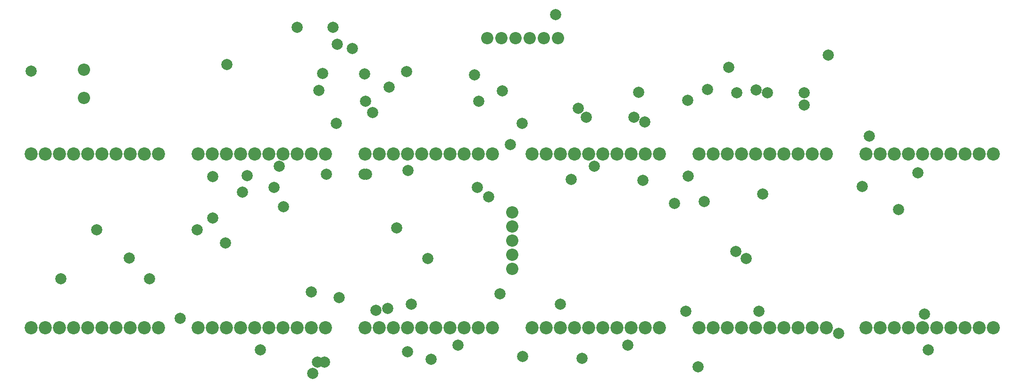
<source format=gts>
%FSLAX23Y23*%
%MOIN*%
G70*
G01*
G75*
G04 Layer_Color=8388736*
%ADD10C,0.010*%
%ADD11C,0.024*%
%ADD12C,0.006*%
%ADD13C,0.079*%
%ADD14C,0.085*%
%ADD15C,0.071*%
%ADD16O,0.067X0.024*%
%ADD17O,0.079X0.024*%
%ADD18R,0.075X0.157*%
%ADD19R,0.059X0.110*%
%ADD20R,0.240X0.248*%
%ADD21R,0.063X0.071*%
%ADD22R,0.051X0.039*%
%ADD23R,0.102X0.043*%
%ADD24R,0.043X0.102*%
%ADD25R,0.024X0.033*%
%ADD26R,0.033X0.024*%
G04:AMPARAMS|DCode=27|XSize=71mil|YSize=118mil|CornerRadius=0mil|HoleSize=0mil|Usage=FLASHONLY|Rotation=0.000|XOffset=0mil|YOffset=0mil|HoleType=Round|Shape=Octagon|*
%AMOCTAGOND27*
4,1,8,-0.018,0.059,0.018,0.059,0.035,0.041,0.035,-0.041,0.018,-0.059,-0.018,-0.059,-0.035,-0.041,-0.035,0.041,-0.018,0.059,0.0*
%
%ADD27OCTAGOND27*%

%ADD28R,0.020X0.047*%
%ADD29R,0.020X0.063*%
%ADD30R,2.050X0.035*%
%ADD31R,0.430X0.030*%
%ADD32R,0.025X0.070*%
%ADD33R,0.025X0.060*%
%ADD34R,0.430X0.160*%
%ADD35R,0.335X0.160*%
%ADD36R,0.170X0.110*%
%ADD37R,0.040X0.150*%
%ADD38R,0.045X0.120*%
%ADD39R,1.490X0.055*%
%ADD40R,0.055X0.160*%
%ADD41R,0.060X0.410*%
%ADD42R,5.035X0.055*%
%ADD43R,0.050X0.485*%
%ADD44R,0.025X0.245*%
%ADD45R,0.025X0.285*%
%ADD46R,0.035X0.170*%
%ADD47R,0.035X0.185*%
%ADD48R,0.325X0.025*%
%ADD49R,0.085X1.180*%
%ADD50R,1.300X0.040*%
%ADD51R,0.045X0.150*%
%ADD52C,0.087*%
%ADD53C,0.093*%
%ADD54C,0.079*%
D52*
X4705Y2165D02*
D03*
Y2265D02*
D03*
Y2365D02*
D03*
Y2465D02*
D03*
Y2565D02*
D03*
X5030Y3800D02*
D03*
X4930D02*
D03*
X4830D02*
D03*
X4730D02*
D03*
X4630D02*
D03*
X4530D02*
D03*
X1679Y3575D02*
D03*
X1681Y3375D02*
D03*
D53*
X8105Y1750D02*
D03*
X8005D02*
D03*
X7905D02*
D03*
X7805D02*
D03*
X7705D02*
D03*
X7605D02*
D03*
X7505D02*
D03*
X7405D02*
D03*
X7305D02*
D03*
X7205D02*
D03*
X8105Y2980D02*
D03*
X8005D02*
D03*
X7905D02*
D03*
X7805D02*
D03*
X7705D02*
D03*
X7605D02*
D03*
X7505D02*
D03*
X7405D02*
D03*
X7305D02*
D03*
X7205D02*
D03*
X6925Y1750D02*
D03*
X6825D02*
D03*
X6725D02*
D03*
X6625D02*
D03*
X6525D02*
D03*
X6425D02*
D03*
X6325D02*
D03*
X6225D02*
D03*
X6125D02*
D03*
X6025D02*
D03*
X6925Y2980D02*
D03*
X6825D02*
D03*
X6725D02*
D03*
X6625D02*
D03*
X6525D02*
D03*
X6425D02*
D03*
X6325D02*
D03*
X6225D02*
D03*
X6125D02*
D03*
X6025D02*
D03*
X5745Y1750D02*
D03*
X5645D02*
D03*
X5545D02*
D03*
X5445D02*
D03*
X5345D02*
D03*
X5245D02*
D03*
X5145D02*
D03*
X5045D02*
D03*
X4945D02*
D03*
X4845D02*
D03*
X5745Y2980D02*
D03*
X5645D02*
D03*
X5545D02*
D03*
X5445D02*
D03*
X5345D02*
D03*
X5245D02*
D03*
X5145D02*
D03*
X5045D02*
D03*
X4945D02*
D03*
X4845D02*
D03*
X4565Y1750D02*
D03*
X4465D02*
D03*
X4365D02*
D03*
X4265D02*
D03*
X4165D02*
D03*
X4065D02*
D03*
X3965D02*
D03*
X3865D02*
D03*
X3765D02*
D03*
X3665D02*
D03*
X4565Y2980D02*
D03*
X4465D02*
D03*
X4365D02*
D03*
X4265D02*
D03*
X4165D02*
D03*
X4065D02*
D03*
X3965D02*
D03*
X3865D02*
D03*
X3765D02*
D03*
X3665D02*
D03*
X3385Y1750D02*
D03*
X3285D02*
D03*
X3185D02*
D03*
X3085D02*
D03*
X2985D02*
D03*
X2885D02*
D03*
X2785D02*
D03*
X2685D02*
D03*
X2585D02*
D03*
X2485D02*
D03*
X3385Y2980D02*
D03*
X3285D02*
D03*
X3185D02*
D03*
X3085D02*
D03*
X2985D02*
D03*
X2885D02*
D03*
X2785D02*
D03*
X2685D02*
D03*
X2585D02*
D03*
X2485D02*
D03*
X2205Y1750D02*
D03*
X2105D02*
D03*
X2005D02*
D03*
X1905D02*
D03*
X1805D02*
D03*
X1705D02*
D03*
X1605D02*
D03*
X1505D02*
D03*
X1405D02*
D03*
X1305D02*
D03*
X2205Y2980D02*
D03*
X2105D02*
D03*
X2005D02*
D03*
X1905D02*
D03*
X1805D02*
D03*
X1705D02*
D03*
X1605D02*
D03*
X1505D02*
D03*
X1405D02*
D03*
X1305D02*
D03*
D54*
X2361Y1815D02*
D03*
X7013Y1710D02*
D03*
X3827Y1888D02*
D03*
X3742Y1873D02*
D03*
X3965Y1579D02*
D03*
X6021Y1474D02*
D03*
X4619Y1991D02*
D03*
X7230Y3105D02*
D03*
X3969Y2863D02*
D03*
X6769Y3326D02*
D03*
X4693Y3048D02*
D03*
X4637Y3428D02*
D03*
X3462Y3196D02*
D03*
X6477Y2695D02*
D03*
X2144Y2096D02*
D03*
X1517Y2095D02*
D03*
X6938Y3680D02*
D03*
X6236Y3593D02*
D03*
X5231Y3239D02*
D03*
X5287Y2893D02*
D03*
X3889Y2458D02*
D03*
X4108Y2239D02*
D03*
X1998Y2242D02*
D03*
X2678Y2350D02*
D03*
X3660Y2835D02*
D03*
X3677D02*
D03*
X3470Y3758D02*
D03*
X3483Y1964D02*
D03*
X2589Y2527D02*
D03*
X5852Y2631D02*
D03*
X1305Y3567D02*
D03*
X4471Y3353D02*
D03*
X4776Y3196D02*
D03*
X5644Y3206D02*
D03*
X3339Y3429D02*
D03*
X3961Y3562D02*
D03*
X3718Y3272D02*
D03*
X4438Y3540D02*
D03*
X5945Y3360D02*
D03*
X5174Y3304D02*
D03*
X5600Y3417D02*
D03*
X6293Y3413D02*
D03*
X6087Y3438D02*
D03*
X6510Y3413D02*
D03*
X1768Y2442D02*
D03*
X2478D02*
D03*
X6358Y2241D02*
D03*
X6064Y2642D02*
D03*
X3835Y3454D02*
D03*
X2688Y3614D02*
D03*
X5565Y3239D02*
D03*
X6430Y3433D02*
D03*
X5628Y2794D02*
D03*
X3089Y2607D02*
D03*
X5122Y2801D02*
D03*
X3185Y3877D02*
D03*
X4458Y2742D02*
D03*
X3022Y2743D02*
D03*
X3393Y2836D02*
D03*
X6769Y3414D02*
D03*
X7573Y2848D02*
D03*
X5948Y2824D02*
D03*
X4541Y2678D02*
D03*
X3058Y2894D02*
D03*
X2588Y2821D02*
D03*
X4133Y1527D02*
D03*
X7620Y1848D02*
D03*
X3285Y2002D02*
D03*
X3297Y1428D02*
D03*
X5524Y1628D02*
D03*
X5045Y1915D02*
D03*
X3993D02*
D03*
X5933Y1868D02*
D03*
X6449Y1867D02*
D03*
X4322Y1628D02*
D03*
X3378Y1507D02*
D03*
X3329Y1506D02*
D03*
X2927Y1592D02*
D03*
X7647D02*
D03*
X5201Y1532D02*
D03*
X3662Y3547D02*
D03*
X3440Y3876D02*
D03*
X3367Y3551D02*
D03*
X3669Y3353D02*
D03*
X6285Y2290D02*
D03*
X2833Y2828D02*
D03*
X2800Y2710D02*
D03*
X4780Y1545D02*
D03*
X7435Y2585D02*
D03*
X7180Y2750D02*
D03*
X3575Y3725D02*
D03*
X5012Y3967D02*
D03*
M02*

</source>
